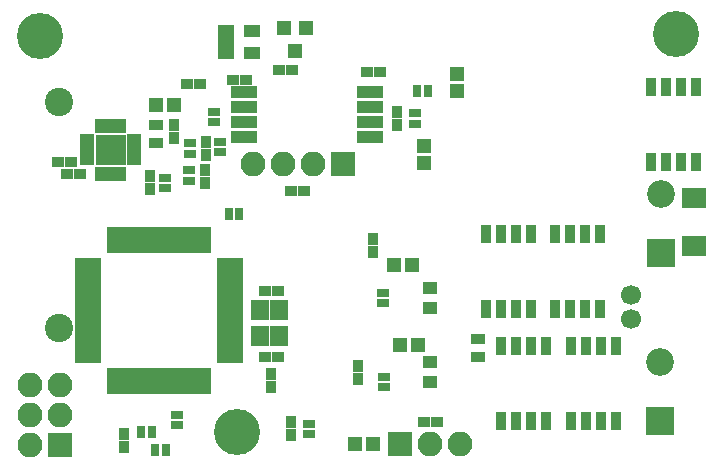
<source format=gbs>
G04 #@! TF.FileFunction,Soldermask,Bot*
%FSLAX46Y46*%
G04 Gerber Fmt 4.6, Leading zero omitted, Abs format (unit mm)*
G04 Created by KiCad (PCBNEW 4.0.7) date 03/31/19 01:25:17*
%MOMM*%
%LPD*%
G01*
G04 APERTURE LIST*
%ADD10C,0.100000*%
%ADD11R,2.100000X2.100000*%
%ADD12O,2.100000X2.100000*%
%ADD13C,3.900000*%
%ADD14R,0.900000X1.000000*%
%ADD15R,1.200000X1.150000*%
%ADD16R,1.000000X0.900000*%
%ADD17R,1.150000X1.200000*%
%ADD18C,1.700000*%
%ADD19R,1.200000X1.000000*%
%ADD20R,2.350000X2.350000*%
%ADD21C,2.350000*%
%ADD22R,1.300000X0.900000*%
%ADD23R,0.908000X1.543000*%
%ADD24R,1.200000X1.300000*%
%ADD25R,0.800000X1.000000*%
%ADD26R,1.000000X0.800000*%
%ADD27R,2.200000X0.900000*%
%ADD28R,0.900000X2.200000*%
%ADD29R,1.200000X0.750000*%
%ADD30R,0.750000X1.200000*%
%ADD31R,2.550000X2.550000*%
%ADD32R,1.460000X1.050000*%
%ADD33R,1.550000X1.800000*%
%ADD34C,2.400000*%
%ADD35R,2.040000X1.800000*%
%ADD36R,2.305000X1.040000*%
G04 APERTURE END LIST*
D10*
D11*
X89789000Y-58978800D03*
D12*
X87249000Y-58978800D03*
X84709000Y-58978800D03*
X82169000Y-58978800D03*
D13*
X80772000Y-81661000D03*
D14*
X71247000Y-82973000D03*
X71247000Y-81873000D03*
D15*
X75426000Y-53975000D03*
X73926000Y-53975000D03*
D16*
X84243000Y-69723000D03*
X83143000Y-69723000D03*
X84243000Y-75311000D03*
X83143000Y-75311000D03*
D14*
X75438000Y-55711000D03*
X75438000Y-56811000D03*
D16*
X66717000Y-58801000D03*
X65617000Y-58801000D03*
D15*
X90817000Y-82677000D03*
X92317000Y-82677000D03*
D17*
X99441000Y-52820000D03*
X99441000Y-51320000D03*
D15*
X94119000Y-67564000D03*
X95619000Y-67564000D03*
D16*
X77639000Y-52197000D03*
X76539000Y-52197000D03*
D17*
X96647000Y-58916000D03*
X96647000Y-57416000D03*
D18*
X114173000Y-70104000D03*
X114173000Y-72104000D03*
D15*
X94627000Y-74295000D03*
X96127000Y-74295000D03*
D14*
X73406000Y-61129000D03*
X73406000Y-60029000D03*
X94361000Y-54568000D03*
X94361000Y-55668000D03*
X85344000Y-81957000D03*
X85344000Y-80857000D03*
D16*
X66379000Y-59817000D03*
X67479000Y-59817000D03*
D14*
X83693000Y-76793000D03*
X83693000Y-77893000D03*
X91059000Y-76056400D03*
X91059000Y-77156400D03*
X92329000Y-66463000D03*
X92329000Y-65363000D03*
D16*
X85378200Y-61302900D03*
X86478200Y-61302900D03*
X84362200Y-50977800D03*
X85462200Y-50977800D03*
D19*
X97155000Y-69508000D03*
X97155000Y-71208000D03*
X97155000Y-75731000D03*
X97155000Y-77431000D03*
D20*
X116713000Y-66508000D03*
D21*
X116713000Y-61508000D03*
D20*
X116586000Y-80732000D03*
D21*
X116586000Y-75732000D03*
D11*
X94615000Y-82677000D03*
D12*
X97155000Y-82677000D03*
X99695000Y-82677000D03*
D11*
X65786000Y-82804000D03*
D12*
X63246000Y-82804000D03*
X65786000Y-80264000D03*
X63246000Y-80264000D03*
X65786000Y-77724000D03*
X63246000Y-77724000D03*
D22*
X73914000Y-57201500D03*
X73914000Y-55701500D03*
D23*
X112903000Y-74422000D03*
X111633000Y-74422000D03*
X110363000Y-74422000D03*
X109093000Y-74422000D03*
X109093000Y-80772000D03*
X110363000Y-80772000D03*
X111633000Y-80772000D03*
X112903000Y-80772000D03*
X111506000Y-64897000D03*
X110236000Y-64897000D03*
X108966000Y-64897000D03*
X107696000Y-64897000D03*
X107696000Y-71247000D03*
X108966000Y-71247000D03*
X110236000Y-71247000D03*
X111506000Y-71247000D03*
X105664000Y-64897000D03*
X104394000Y-64897000D03*
X103124000Y-64897000D03*
X101854000Y-64897000D03*
X101854000Y-71247000D03*
X103124000Y-71247000D03*
X104394000Y-71247000D03*
X105664000Y-71247000D03*
X106934000Y-74422000D03*
X105664000Y-74422000D03*
X104394000Y-74422000D03*
X103124000Y-74422000D03*
X103124000Y-80772000D03*
X104394000Y-80772000D03*
X105664000Y-80772000D03*
X106934000Y-80772000D03*
D24*
X84749600Y-47450500D03*
X86649600Y-47450500D03*
X85699600Y-49450500D03*
D25*
X74745000Y-83185000D03*
X73845000Y-83185000D03*
X73602000Y-81661000D03*
X72702000Y-81661000D03*
D26*
X93141800Y-69857200D03*
X93141800Y-70757200D03*
X75692000Y-81095000D03*
X75692000Y-80195000D03*
X74676000Y-61029000D03*
X74676000Y-60129000D03*
D25*
X96970000Y-52832000D03*
X96070000Y-52832000D03*
D26*
X95885000Y-54668000D03*
X95885000Y-55568000D03*
X86868000Y-80957000D03*
X86868000Y-81857000D03*
D22*
X101219000Y-75299000D03*
X101219000Y-73799000D03*
D27*
X80168000Y-67374000D03*
X80168000Y-68174000D03*
X80168000Y-68974000D03*
X80168000Y-69774000D03*
X80168000Y-70574000D03*
X80168000Y-71374000D03*
X80168000Y-72174000D03*
X80168000Y-72974000D03*
X80168000Y-73774000D03*
X80168000Y-74574000D03*
X80168000Y-75374000D03*
D28*
X78168000Y-77374000D03*
X77368000Y-77374000D03*
X76568000Y-77374000D03*
X75768000Y-77374000D03*
X74968000Y-77374000D03*
X74168000Y-77374000D03*
X73368000Y-77374000D03*
X72568000Y-77374000D03*
X71768000Y-77374000D03*
X70968000Y-77374000D03*
X70168000Y-77374000D03*
D27*
X68168000Y-75374000D03*
X68168000Y-74574000D03*
X68168000Y-73774000D03*
X68168000Y-72974000D03*
X68168000Y-72174000D03*
X68168000Y-71374000D03*
X68168000Y-70574000D03*
X68168000Y-69774000D03*
X68168000Y-68974000D03*
X68168000Y-68174000D03*
X68168000Y-67374000D03*
D28*
X70168000Y-65374000D03*
X70968000Y-65374000D03*
X71768000Y-65374000D03*
X72568000Y-65374000D03*
X73368000Y-65374000D03*
X74168000Y-65374000D03*
X74968000Y-65374000D03*
X75768000Y-65374000D03*
X76568000Y-65374000D03*
X77368000Y-65374000D03*
X78168000Y-65374000D03*
D29*
X68104000Y-58760000D03*
X68104000Y-58110000D03*
X68104000Y-57460000D03*
X68104000Y-56810000D03*
D30*
X69129000Y-55785000D03*
X69779000Y-55785000D03*
X70429000Y-55785000D03*
X71079000Y-55785000D03*
D29*
X72104000Y-56810000D03*
X72104000Y-57460000D03*
X72104000Y-58110000D03*
X72104000Y-58760000D03*
D30*
X71079000Y-59785000D03*
X70429000Y-59785000D03*
X69779000Y-59785000D03*
X69129000Y-59785000D03*
D31*
X70104000Y-57785000D03*
D32*
X79900600Y-49591000D03*
X79900600Y-48641000D03*
X79900600Y-47691000D03*
X82100600Y-47691000D03*
X82100600Y-49591000D03*
D23*
X119634000Y-52451000D03*
X118364000Y-52451000D03*
X117094000Y-52451000D03*
X115824000Y-52451000D03*
X115824000Y-58801000D03*
X117094000Y-58801000D03*
X118364000Y-58801000D03*
X119634000Y-58801000D03*
D33*
X84328000Y-73574000D03*
X82728000Y-73574000D03*
X82728000Y-71374000D03*
X84328000Y-71374000D03*
D13*
X64135000Y-48133000D03*
X117983000Y-48006000D03*
D34*
X65703000Y-53716000D03*
X65703000Y-72876000D03*
D16*
X92879000Y-51181000D03*
X91779000Y-51181000D03*
X81525200Y-51866800D03*
X80425200Y-51866800D03*
D14*
X78155800Y-57082600D03*
X78155800Y-58182600D03*
X78105000Y-59521000D03*
X78105000Y-60621000D03*
D35*
X119507000Y-65879000D03*
X119507000Y-61849000D03*
D26*
X76835000Y-58108000D03*
X76835000Y-57208000D03*
X78816200Y-55441000D03*
X78816200Y-54541000D03*
X79324200Y-57981000D03*
X79324200Y-57081000D03*
X76708000Y-60394000D03*
X76708000Y-59494000D03*
D36*
X92037700Y-52882800D03*
X92037700Y-54152800D03*
X92037700Y-55422800D03*
X92037700Y-56692800D03*
X81342700Y-56692800D03*
X81342700Y-55422800D03*
X81342700Y-54152800D03*
X81342700Y-52882800D03*
D16*
X96605000Y-80835500D03*
X97705000Y-80835500D03*
D25*
X80993400Y-63169800D03*
X80093400Y-63169800D03*
D26*
X93243400Y-76994600D03*
X93243400Y-77894600D03*
M02*

</source>
